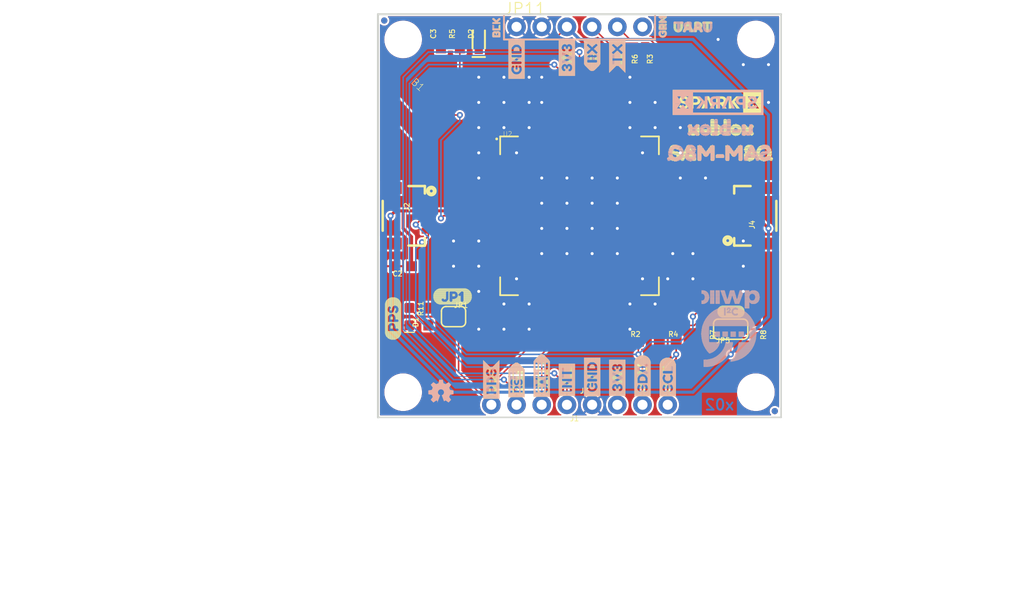
<source format=kicad_pcb>
(kicad_pcb (version 20211014) (generator pcbnew)
  (layers (0 "F.Cu" signal) (31 "B.Cu" signal) (34 "B.Paste" user) (35 "F.Paste" user) (36 "B.SilkS" user "B.Silkscreen") (37 "F.SilkS" user "F.Silkscreen") (38 "B.Mask" user) (39 "F.Mask" user) (44 "Edge.Cuts" user))
  (net 0 "")
  (net 1 "3.3V")
  (net 2 "GND")
  (net 3 "SCL")
  (net 4 "SDA")
  (net 5 "~{RESET}")
  (net 6 "TXLV")
  (net 7 "RXLV")
  (net 8 "BACKUP")
  (net 9 "INT")
  (net 10 "PPS")
  (net 11 "N$5")
  (net 12 "N$8")
  (net 13 "N$2")
  (net 14 "N$4")
  (net 15 "N$6")
  (net 16 "SDA_LV")
  (net 17 "SCL_LV")
  (net 18 "~{SAFE}")
  (net 19 "RXI")
  (net 20 "TXO")
  (footprint "eagleBoard:I_SUPER2_C-()-03" (layer "F.Cu") (at 162.3441 114.6556)
    (fp_text reference "U$10" hide)
    (fp_text value "" hide)
  )
  (footprint "eagleBoard:1X04_NO_SILK" (layer "F.Cu") (at 147.2311 124.0536 180)
    (fp_text reference "J1" (at -1.27 -1.397) (layer "F.SilkS") (effects (font (size 0.512064 0.512064) (thickness 0.097536)) (justify right)))
    (fp_text value "")
    (pad "1" thru_hole circle (at 0 0 270) (size 1.8796 1.8796) (drill 1.016) (layers *.Cu *.Mask) (net 9 "INT"))
    (pad "2" thru_hole circle (at 2.54 0 270) (size 1.8796 1.8796) (drill 1.016) (layers *.Cu *.Mask) (net 18 "~{SAFE}"))
    (pad "3" thru_hole circle (at 5.08 0 270) (size 1.8796 1.8796) (drill 1.016) (layers *.Cu *.Mask) (net 5 "~{RESET}"))
    (pad "4" thru_hole circle (at 7.62 0 270) (size 1.8796 1.8796) (drill 1.016) (layers *.Cu *.Mask) (net 10 "PPS"))
  )
  (footprint "eagleBoard:0603" (layer "F.Cu") (at 166.2811 116.4336 -90)
    (fp_text reference "R8" (at 0 -0.762 90) (layer "F.SilkS") (effects (font (size 0.512064 0.512064) (thickness 0.097536)) (justify right)))
    (fp_text value "2.2k")
    (pad "1" smd rect (at -0.85 0 270) (size 1.1 1) (layers "F.Cu" "F.Paste" "F.Mask") (net 4 "SDA"))
    (pad "2" smd rect (at 0.85 0 270) (size 1.1 1) (layers "F.Cu" "F.Paste" "F.Mask") (net 11 "N$5"))
  )
  (footprint "eagleBoard:3V3-04" (layer "F.Cu") (at 152.3111 123.6726 90)
    (fp_text reference "U$6" hide)
    (fp_text value "" hide)
  )
  (footprint "eagleBoard:1X06_NO_SILK" (layer "F.Cu") (at 142.1511 85.9536)
    (fp_text reference "JP11" (at -1.3462 -1.8288) (layer "F.SilkS") (effects (font (size 1.1557 1.1557) (thickness 0.1143)) (justify left)))
    (fp_text value "BOOT")
    (pad "1" thru_hole circle (at 0 0 90) (size 1.8796 1.8796) (drill 1.016) (layers *.Cu *.Mask) (net 2 "GND"))
    (pad "2" thru_hole circle (at 2.54 0 90) (size 1.8796 1.8796) (drill 1.016) (layers *.Cu *.Mask) (net 2 "GND"))
    (pad "3" thru_hole circle (at 5.08 0 90) (size 1.8796 1.8796) (drill 1.016) (layers *.Cu *.Mask) (net 1 "3.3V"))
    (pad "4" thru_hole circle (at 7.62 0 90) (size 1.8796 1.8796) (drill 1.016) (layers *.Cu *.Mask) (net 19 "RXI"))
    (pad "5" thru_hole circle (at 10.16 0 90) (size 1.8796 1.8796) (drill 1.016) (layers *.Cu *.Mask) (net 20 "TXO"))
    (pad "6" thru_hole circle (at 12.7 0 90) (size 1.8796 1.8796) (drill 1.016) (layers *.Cu *.Mask))
  )
  (footprint "eagleBoard:SOD-323" (layer "F.Cu") (at 138.3411 87.2236 90)
    (fp_text reference "D2" (at 0 -0.762 90) (layer "F.SilkS") (effects (font (size 0.512064 0.512064) (thickness 0.097536)) (justify left)))
    (fp_text value "0.5A/40V/420mV")
    (pad "A" smd rect (at 1.15 0 90) (size 0.63 0.83) (layers "F.Cu" "F.Paste" "F.Mask") (net 1 "3.3V"))
    (pad "C" smd rect (at -1.15 0 90) (size 0.63 0.83) (layers "F.Cu" "F.Paste" "F.Mask") (net 15 "N$6"))
  )
  (footprint "eagleBoard:0603" (layer "F.Cu") (at 161.2011 116.4336 -90)
    (fp_text reference "R7" (at 0 -0.762 90) (layer "F.SilkS") (effects (font (size 0.512064 0.512064) (thickness 0.097536)) (justify right)))
    (fp_text value "2.2k")
    (pad "1" smd rect (at -0.85 0 270) (size 1.1 1) (layers "F.Cu" "F.Paste" "F.Mask") (net 3 "SCL"))
    (pad "2" smd rect (at 0.85 0 270) (size 1.1 1) (layers "F.Cu" "F.Paste" "F.Mask") (net 12 "N$8"))
  )
  (footprint "eagleBoard:MICRO-FIDUCIAL" (layer "F.Cu") (at 168.1861 124.6886)
    (fp_text reference "JP2" hide)
    (fp_text value "FIDUCIALUFIDUCIAL" hide)
    (pad "1" smd roundrect (at 0 0) (size 0.635 0.635) (layers "F.Cu" "F.Mask") (roundrect_rratio 0.5))
  )
  (footprint "eagleBoard:LED-0603" (layer "F.Cu") (at 131.3561 115.1636 -90)
    (fp_text reference "D1" (at 0 -0.635 90) (layer "F.SilkS") (effects (font (size 0.512064 0.512064) (thickness 0.097536)) (justify right)))
    (fp_text value "Yellow" hide)
    (pad "A" smd roundrect (at -0.877 0 180) (size 1 1) (layers "F.Cu" "F.Paste" "F.Mask") (roundrect_rratio 0.15) (net 13 "N$2"))
    (pad "C" smd roundrect (at 0.877 0 180) (size 1 1) (layers "F.Cu" "F.Paste" "F.Mask") (roundrect_rratio 0.15) (net 2 "GND"))
  )
  (footprint "eagleBoard:STAND-OFF" (layer "F.Cu") (at 130.7211 122.7836)
    (fp_text reference "JP9" hide)
    (fp_text value "STAND-OFF" hide)
    (pad "" np_thru_hole circle (at 0 0) (size 3.302 3.302) (drill 3.302) (layers *.Cu *.Mask))
  )
  (footprint "eagleBoard:SPARKX-MEDIUM" (layer "F.Cu") (at 162.4711 93.5736)
    (fp_text reference "U$31" hide)
    (fp_text value "SPARKX-LOGO4" hide)
  )
  (footprint "eagleBoard:JP10" (layer "F.Cu") (at 133.6421 113.1316)
    (fp_text reference "U$18" hide)
    (fp_text value "" hide)
  )
  (footprint "eagleBoard:0603" (layer "F.Cu") (at 157.3911 117.7036)
    (fp_text reference "R4" (at 0 -0.762) (layer "F.SilkS") (effects (font (size 0.512064 0.512064) (thickness 0.097536)) (justify left)))
    (fp_text value "22")
    (pad "1" smd rect (at -0.85 0) (size 1.1 1) (layers "F.Cu" "F.Paste" "F.Mask") (net 17 "SCL_LV"))
    (pad "2" smd rect (at 0.85 0) (size 1.1 1) (layers "F.Cu" "F.Paste" "F.Mask") (net 3 "SCL"))
  )
  (footprint "eagleBoard:MICRO-FIDUCIAL" (layer "F.Cu") (at 128.8161 85.3186)
    (fp_text reference "JP6" hide)
    (fp_text value "FIDUCIALUFIDUCIAL" hide)
    (pad "1" smd roundrect (at 0 0) (size 0.635 0.635) (layers "F.Cu" "F.Mask") (roundrect_rratio 0.5))
  )
  (footprint "eagleBoard:INT8" (layer "F.Cu") (at 147.2311 123.6726 90)
    (fp_text reference "U$15" hide)
    (fp_text value "" hide)
  )
  (footprint "eagleBoard:PPS5" (layer "F.Cu") (at 139.6111 123.9266 90)
    (fp_text reference "U$43" hide)
    (fp_text value "" hide)
  )
  (footprint "eagleBoard:0603" (layer "F.Cu") (at 130.7211 110.0836 180)
    (fp_text reference "C2" (at 0 -0.762) (layer "F.SilkS") (effects (font (size 0.512064 0.512064) (thickness 0.097536)) (justify right)))
    (fp_text value "1.0uF")
    (pad "1" smd rect (at -0.85 0 180) (size 1.1 1) (layers "F.Cu" "F.Paste" "F.Mask") (net 1 "3.3V"))
    (pad "2" smd rect (at 0.85 0 180) (size 1.1 1) (layers "F.Cu" "F.Paste" "F.Mask") (net 2 "GND"))
  )
  (footprint "eagleBoard:0603" (layer "F.Cu") (at 153.5811 117.7036)
    (fp_text reference "R2" (at 0 -0.762) (layer "F.SilkS") (effects (font (size 0.512064 0.512064) (thickness 0.097536)) (justify left)))
    (fp_text value "22")
    (pad "1" smd rect (at -0.85 0) (size 1.1 1) (layers "F.Cu" "F.Paste" "F.Mask") (net 16 "SDA_LV"))
    (pad "2" smd rect (at 0.85 0) (size 1.1 1) (layers "F.Cu" "F.Paste" "F.Mask") (net 4 "SDA"))
  )
  (footprint "eagleBoard:UART0" (layer "F.Cu") (at 157.0101 85.9536)
    (fp_text reference "U$45" hide)
    (fp_text value "" hide)
  )
  (footprint "eagleBoard:0603" (layer "F.Cu") (at 136.4361 87.2236 90)
    (fp_text reference "R5" (at 0 -0.762 90) (layer "F.SilkS") (effects (font (size 0.512064 0.512064) (thickness 0.097536)) (justify left)))
    (fp_text value "1k")
    (pad "1" smd rect (at -0.85 0 90) (size 1.1 1) (layers "F.Cu" "F.Paste" "F.Mask") (net 8 "BACKUP"))
    (pad "2" smd rect (at 0.85 0 90) (size 1.1 1) (layers "F.Cu" "F.Paste" "F.Mask") (net 15 "N$6"))
  )
  (footprint "eagleBoard:0603" (layer "F.Cu") (at 134.5311 87.2236 90)
    (fp_text reference "C3" (at 0 -0.762 90) (layer "F.SilkS") (effects (font (size 0.512064 0.512064) (thickness 0.097536)) (justify left)))
    (fp_text value "1.0uF")
    (pad "1" smd rect (at -0.85 0 90) (size 1.1 1) (layers "F.Cu" "F.Paste" "F.Mask") (net 8 "BACKUP"))
    (pad "2" smd rect (at 0.85 0 90) (size 1.1 1) (layers "F.Cu" "F.Paste" "F.Mask") (net 2 "GND"))
  )
  (footprint "eagleBoard:SAM-M8Q" (layer "F.Cu") (at 148.5011 105.0036)
    (fp_text reference "U2" (at -7.75 -8.25) (layer "F.SilkS") (effects (font (size 0.470611 0.470611) (thickness 0.037389)) (justify left)))
    (fp_text value "SAM-M8Q")
    (pad "1" smd rect (at -7.125 -3.8 180) (size 2.75 1.6) (layers "F.Cu" "F.Paste" "F.Mask") (net 2 "GND"))
    (pad "2" smd rect (at -7.125 -1.9 180) (size 2.75 1.6) (layers "F.Cu" "F.Paste" "F.Mask") (net 1 "3.3V"))
    (pad "3" smd rect (at -7.125 0 180) (size 2.75 1.6) (layers "F.Cu" "F.Paste" "F.Mask") (net 8 "BACKUP"))
    (pad "4" smd rect (at -7.125 1.9 180) (size 2.75 1.6) (layers "F.Cu" "F.Paste" "F.Mask") (net 2 "GND"))
    (pad "5" smd rect (at -7.125 3.8 180) (size 2.75 1.6) (layers "F.Cu" "F.Paste" "F.Mask") (net 2 "GND"))
    (pad "6" smd rect (at -3.8 7.125 90) (size 2.75 1.6) (layers "F.Cu" "F.Paste" "F.Mask") (net 2 "GND"))
    (pad "7" smd rect (at -1.9 7.125 90) (size 2.75 1.6) (layers "F.Cu" "F.Paste" "F.Mask") (net 10 "PPS"))
    (pad "8" smd rect (at 0 7.125 90) (size 2.75 1.6) (layers "F.Cu" "F.Paste" "F.Mask") (net 18 "~{SAFE}"))
    (pad "9" smd rect (at 1.9 7.125 90) (size 2.75 1.6) (layers "F.Cu" "F.Paste" "F.Mask") (net 16 "SDA_LV"))
    (pad "10" smd rect (at 3.8 7.125 90) (size 2.75 1.6) (layers "F.Cu" "F.Paste" "F.Mask") (net 2 "GND"))
    (pad "11" smd rect (at 7.125 3.8) (size 2.75 1.6) (layers "F.Cu" "F.Paste" "F.Mask") (net 2 "GND"))
    (pad "12" smd rect (at 7.125 1.9) (size 2.75 1.6) (layers "F.Cu" "F.Paste" "F.Mask") (net 17 "SCL_LV"))
    (pad "13" smd rect (at 7.125 0) (size 2.75 1.6) (layers "F.Cu" "F.Paste" "F.Mask") (net 6 "TXLV"))
    (pad "14" smd rect (at 7.125 -1.9) (size 2.75 1.6) (layers "F.Cu" "F.Paste" "F.Mask") (net 7 "RXLV"))
    (pad "15" smd rect (at 7.125 -3.8) (size 2.75 1.6) (layers "F.Cu" "F.Paste" "F.Mask") (net 2 "GND"))
    (pad "16" smd rect (at 3.8 -7.125 270) (size 2.75 1.6) (layers "F.Cu" "F.Paste" "F.Mask") (net 2 "GND"))
    (pad "17" smd rect (at 1.9 -7.125 270) (size 2.75 1.6) (layers "F.Cu" "F.Paste" "F.Mask") (net 1 "3.3V"))
    (pad "18" smd rect (at 0 -7.125 270) (size 2.75 1.6) (layers "F.Cu" "F.Paste" "F.Mask") (net 5 "~{RESET}"))
    (pad "19" smd rect (at -1.9 -7.125 270) (size 2.75 1.6) (layers "F.Cu" "F.Paste" "F.Mask") (net 9 "INT"))
    (pad "20" smd rect (at -3.8 -7.125 270) (size 2.75 1.6) (layers "F.Cu" "F.Paste" "F.Mask") (net 2 "GND"))
  )
  (footprint "eagleBoard:CREATIVE_COMMONS" (layer "F.Cu") (at 110.4011 143.1036)
    (fp_text reference "FRAME1" hide)
    (fp_text value "FRAME-LETTER" hide)
  )
  (footprint "eagleBoard:SAM#M8Q4" (layer "F.Cu") (at 156.1211 98.6536)
    (fp_text reference "U$21" hide)
    (fp_text value "" hide)
  )
  (footprint "eagleBoard:RX6" (layer "F.Cu") (at 149.7711 90.5256 90)
    (fp_text reference "U$19" hide)
    (fp_text value "" hide)
  )
  (footprint "eagleBoard:GND-04" (layer "F.Cu") (at 142.1511 91.6686 90)
    (fp_text reference "U$33" hide)
    (fp_text value "" hide)
  )
  (footprint "eagleBoard:0603" (layer "F.Cu") (at 156.3751 89.7636 90)
    (fp_text reference "R3" (at 0 -0.762 90) (layer "F.SilkS") (effects (font (size 0.512064 0.512064) (thickness 0.097536)) (justify left)))
    (fp_text value "470")
    (pad "1" smd rect (at -0.85 0 90) (size 1.1 1) (layers "F.Cu" "F.Paste" "F.Mask") (net 6 "TXLV"))
    (pad "2" smd rect (at 0.85 0 90) (size 1.1 1) (layers "F.Cu" "F.Paste" "F.Mask") (net 20 "TXO"))
  )
  (footprint "eagleBoard:0603" (layer "F.Cu") (at 154.8511 89.7636 90)
    (fp_text reference "R6" (at 0 -0.762 90) (layer "F.SilkS") (effects (font (size 0.512064 0.512064) (thickness 0.097536)) (justify left)))
    (fp_text value "470")
    (pad "1" smd rect (at -0.85 0 90) (size 1.1 1) (layers "F.Cu" "F.Paste" "F.Mask") (net 7 "RXLV"))
    (pad "2" smd rect (at 0.85 0 90) (size 1.1 1) (layers "F.Cu" "F.Paste" "F.Mask") (net 19 "RXI"))
  )
  (footprint "eagleBoard:STAND-OFF" (layer "F.Cu") (at 166.2811 87.2236)
    (fp_text reference "JP4" hide)
    (fp_text value "STAND-OFF" hide)
    (pad "" np_thru_hole circle (at 0 0) (size 3.302 3.302) (drill 3.302) (layers *.Cu *.Mask))
  )
  (footprint "eagleBoard:BLK1" (layer "F.Cu") (at 140.1191 87.7316 90)
    (fp_text reference "U$12" hide)
    (fp_text value "" hide)
  )
  (footprint "eagleBoard:SCL-[)" (layer "F.Cu") (at 157.3911 123.6726 90)
    (fp_text reference "U$3" hide)
    (fp_text value "" hide)
  )
  (footprint "eagleBoard:#RST3" (layer "F.Cu") (at 142.1511 123.9266 90)
    (fp_text reference "U$35" hide)
    (fp_text value "" hide)
  )
  (footprint "eagleBoard:STAND-OFF" (layer "F.Cu") (at 130.7211 87.2236)
    (fp_text reference "JP3" hide)
    (fp_text value "STAND-OFF" hide)
    (pad "" np_thru_hole circle (at 0 0) (size 3.302 3.302) (drill 3.302) (layers *.Cu *.Mask))
  )
  (footprint "eagleBoard:1X04_NO_SILK" (layer "F.Cu") (at 149.7711 124.0536)
    (fp_text reference "J3" (at -1.27 -1.397) (layer "F.SilkS") (effects (font (size 0.512064 0.512064) (thickness 0.097536)) (justify left)))
    (fp_text value "PTH" hide)
    (pad "1" thru_hole circle (at 0 0 90) (size 1.8796 1.8796) (drill 1.016) (layers *.Cu *.Mask) (net 2 "GND"))
    (pad "2" thru_hole circle (at 2.54 0 90) (size 1.8796 1.8796) (drill 1.016) (layers *.Cu *.Mask) (net 1 "3.3V"))
    (pad "3" thru_hole circle (at 5.08 0 90) (size 1.8796 1.8796) (drill 1.016) (layers *.Cu *.Mask) (net 4 "SDA"))
    (pad "4" thru_hole circle (at 7.62 0 90) (size 1.8796 1.8796) (drill 1.016) (layers *.Cu *.Mask) (net 3 "SCL"))
  )
  (footprint "eagleBoard:GND-04" (layer "F.Cu") (at 149.7711 123.6726 90)
    (fp_text reference "U$8" hide)
    (fp_text value "" hide)
  )
  (footprint "eagleBoard:ML414H_IV01E" (layer "F.Cu") (at 131.9911 93.5736 -48)
    (fp_text reference "B1" (at -1.905 -1.270004 -222) (layer "F.SilkS") (effects (font (size 0.709422 0.709422) (thickness 0.052578)) (justify left)))
    (fp_text value "6.8MM_COIN_CELL" hide)
    (fp_poly (pts (xy 2.705 -0.219645) (xy 0.219645 -2.705) (xy 2.705 -2.705)) (layer "F.Cu") (width 0) (fill solid))
    (pad "+" smd rect (at 2.022 -2.032 312) (size 1 1) (layers "F.Cu") (net 8 "BACKUP"))
    (pad "-" smd rect (at 0.6 1.85 312) (size 4.2 1.7) (layers "F.Cu") (net 2 "GND"))
  )
  (footprint "eagleBoard:GRN2" (layer "F.Cu") (at 156.8831 87.7316 90)
    (fp_text reference "U$14" hide)
    (fp_text value "" hide)
  )
  (footprint "eagleBoard:#SAFE1" (layer "F.Cu") (at 144.6911 123.9266 90)
    (fp_text reference "U$39" hide)
    (fp_text value "" hide)
  )
  (footprint "eagleBoard:SMT-JUMPER_2_NC_TRACE_SILK" (layer "F.Cu") (at 135.8011 115.1636)
    (fp_text reference "JP1" (at 0 -1.143) (layer "F.SilkS") (effects (font (size 0.512064 0.512064) (thickness 0.097536)) (justify left)))
    (fp_text value "")
    (fp_poly (pts (xy -0.2032 0.127) (xy 0.2032 0.127) (xy 0.2032 -0.127) (xy -0.2032 -0.127)) (layer "F.Cu") (width 0) (fill solid))
    (pad "1" smd rect (at -0.508 0) (size 0.635 1.27) (layers "F.Cu" "F.Mask") (net 14 "N$4"))
    (pad "2" smd rect (at 0.508 0) (size 0.635 1.27) (layers "F.Cu" "F.Mask") (net 10 "PPS"))
  )
  (footprint "eagleBoard:0603" (layer "F.Cu") (at 133.2611 115.1636 90)
    (fp_text reference "R11" (at 0 -0.762 90) (layer "F.SilkS") (effects (font (size 0.512064 0.512064) (thickness 0.097536)) (justify left)))
    (fp_text value "1k")
    (pad "1" smd rect (at -0.85 0 90) (size 1.1 1) (layers "F.Cu" "F.Paste" "F.Mask") (net 13 "N$2"))
    (pad "2" smd rect (at 0.85 0 90) (size 1.1 1) (layers "F.Cu" "F.Paste" "F.Mask") (net 14 "N$4"))
  )
  (footprint "eagleBoard:TX7" (layer "F.Cu") (at 152.3111 90.6526 90)
    (fp_text reference "U$23" hide)
    (fp_text value "" hide)
  )
  (footprint "eagleBoard:STAND-OFF" (layer "F.Cu") (at 166.2811 122.7836)
    (fp_text reference "JP10" hide)
    (fp_text value "STAND-OFF" hide)
    (pad "" np_thru_hole circle (at 0 0) (size 3.302 3.302) (drill 3.302) (layers *.Cu *.Mask))
  )
  (footprint "eagleBoard:SMT-JUMPER_3_2-NC_TRACE_SILK" (layer "F.Cu") (at 163.7411 116.4336 180)
    (fp_text reference "JP5" (at 0 -1.143) (layer "F.SilkS") (effects (font (size 0.512064 0.512064) (thickness 0.097536)) (justify right)))
    (fp_text value "")
    (fp_poly (pts (xy -0.7112 0.127) (xy -0.3048 0.127) (xy -0.3048 -0.127) (xy -0.7112 -0.127)) (layer "F.Cu") (width 0) (fill solid))
    (fp_poly (pts (xy 0.3048 0.127) (xy 0.7112 0.127) (xy 0.7112 -0.127) (xy 0.3048 -0.127)) (layer "F.Cu") (width 0) (fill solid))
    (pad "1" smd rect (at -1.016 0 180) (size 0.635 1.27) (layers "F.Cu" "F.Mask") (net 11 "N$5"))
    (pad "2" smd rect (at 0 0 180) (size 0.635 1.27) (layers "F.Cu" "F.Mask") (net 1 "3.3V"))
    (pad "3" smd rect (at 1.016 0 180) (size 0.635 1.27) (layers "F.Cu" "F.Mask") (net 12 "N$8"))
  )
  (footprint "eagleBoard:3V3-04" (layer "F.Cu") (at 147.2311 91.4146 90)
    (fp_text reference "U$27" hide)
    (fp_text value "" hide)
  )
  (footprint "eagleBoard:PPS0" (layer "F.Cu") (at 129.7051 117.5766 90)
    (fp_text reference "U$29" hide)
    (fp_text value "" hide)
  )
  (footprint "eagleBoard:U#BLOX3" (layer "F.Cu") (at 158.0261 96.1136)
    (fp_text reference "U$26" hide)
    (fp_text value "" hide)
  )
  (footprint "eagleBoard:1X04_1MM_RA" (layer "F.Cu") (at 163.7411 105.0036 90)
    (fp_text reference "J4" (at -1.397 2.159 90) (layer "F.SilkS") (effects (font (size 0.512064 0.512064) (thickness 0.097536)) (justify left)))
    (fp_text value "Qwiic Right Angle" hide)
    (pad "1" smd rect (at -1.5 0 90) (size 0.6 1.35) (layers "F.Cu" "F.Paste" "F.Mask") (net 2 "GND"))
    (pad "2" smd rect (at -0.5 0 90) (size 0.6 1.35) (layers "F.Cu" "F.Paste" "F.Mask") (net 1 "3.3V"))
    (pad "3" smd rect (at 0.5 0 90) (size 0.6 1.35) (layers "F.Cu" "F.Paste" "F.Mask") (net 4 "SDA"))
    (pad "4" smd rect (at 1.5 0 90) (size 0.6 1.35) (layers "F.Cu" "F.Paste" "F.Mask") (net 3 "SCL"))
    (pad "NC1" smd rect (at 2.8 3.675 90) (size 1.2 2) (layers "F.Cu" "F.Paste" "F.Mask"))
    (pad "NC2" smd rect (at -2.8 3.675 90) (size 1.2 2) (layers "F.Cu" "F.Paste" "F.Mask"))
  )
  (footprint "eagleBoard:SDA-[)" (layer "F.Cu") (at 154.8511 123.6726 90)
    (fp_text reference "U$1" hide)
    (fp_text value "" hide)
  )
  (footprint "eagleBoard:1X04_1MM_RA" (layer "F.Cu") (at 133.2611 105.0036 -90)
    (fp_text reference "J2" (at -1.397 2.159 90) (layer "F.SilkS") (effects (font (size 0.512064 0.512064) (thickness 0.097536)) (justify right)))
    (fp_text value "Qwiic Right Angle" hide)
    (pad "1" smd rect (at -1.5 0 270) (size 0.6 1.35) (layers "F.Cu" "F.Paste" "F.Mask") (net 2 "GND"))
    (pad "2" smd rect (at -0.5 0 270) (size 0.6 1.35) (layers "F.Cu" "F.Paste" "F.Mask") (net 1 "3.3V"))
    (pad "3" smd rect (at 0.5 0 270) (size 0.6 1.35) (layers "F.Cu" "F.Paste" "F.Mask") (net 4 "SDA"))
    (pad "4" smd rect (at 1.5 0 270) (size 0.6 1.35) (layers "F.Cu" "F.Paste" "F.Mask") (net 3 "SCL"))
    (pad "NC1" smd rect (at 2.8 3.675 270) (size 1.2 2) (layers "F.Cu" "F.Paste" "F.Mask"))
    (pad "NC2" smd rect (at -2.8 3.675 270) (size 1.2 2) (layers "F.Cu" "F.Paste" "F.Mask"))
  )
  (footprint "eagleBoard:UART0" (layer "B.Cu") (at 162.8521 85.9536 180)
    (fp_text reference "U$11" hide)
    (fp_text value "" hide)
  )
  (footprint "eagleBoard:MICRO-FIDUCIAL" (layer "B.Cu") (at 168.1861 124.6886 180)
    (fp_text reference "JP7" hide)
    (fp_text value "FIDUCIALUFIDUCIAL" hide)
    (pad "1" smd roundrect (at 0 0 180) (size 0.635 0.635) (layers "B.Cu" "B.Mask") (roundrect_rratio 0.5))
  )
  (footprint "eagleBoard:TX7" (layer "B.Cu") (at 152.3111 90.6526 90)
    (fp_text reference "U$24" hide)
    (fp_text value "" hide)
  )
  (footprint "eagleBoard:SPARKX-MEDIUM" (layer "B.Cu") (at 162.4711 93.5736 180)
    (fp_text reference "U$2" hide)
    (fp_text value "SPARKX-LOGO4" hide)
  )
  (footprint "eagleBoard:3V3-04" (layer "B.Cu") (at 152.3111 123.6726 90)
    (fp_text reference "U$7" hide)
    (fp_text value "" hide)
  )
  (footprint "eagleBoard:#SAFE1" (layer "B.Cu") (at 144.6911 123.9266 90)
    (fp_text reference "U$40" hide)
    (fp_text value "" hide)
  )
  (footprint "eagleBoard:SAM#M8Q4" (layer "B.Cu") (at 169.2021 98.6536 180)
    (fp_text reference "U$25" hide)
    (fp_text value "" hide)
  )
  (footprint "eagleBoard:MICRO-FIDUCIAL" (layer "B.Cu") (at 128.8161 85.3186 180)
    (fp_text reference "JP8" hide)
    (fp_text value "FIDUCIALUFIDUCIAL" hide)
    (pad "1" smd roundrect (at 0 0 180) (size 0.635 0.635) (layers "B.Cu" "B.Mask") (roundrect_rratio 0.5))
  )
  (footprint "eagleBoard:#RST3" (layer "B.Cu") (at 142.1511 123.9266 90)
    (fp_text reference "U$36" hide)
    (fp_text value "" hide)
  )
  (footprint "eagleBoard:QWIIC-LOGO-LARGE" (layer "B.Cu") (at 163.7411 116.4336 180)
    (fp_text reference "U$28" hide)
    (fp_text value "" hide)
  )
  (footprint "eagleBoard:SDA-[)" (layer "B.Cu") (at 154.8511 123.6726 90)
    (fp_text reference "U$4" hide)
    (fp_text value "" hide)
  )
  (footprint "eagleBoard:BLK1" (layer "B.Cu") (at 140.1191 87.7316 90)
    (fp_text reference "U$13" hide)
    (fp_text value "" hide)
  )
  (footprint "eagleBoard:GND-04" (layer "B.Cu") (at 149.7711 123.6726 90)
    (fp_text reference "U$9" hide)
    (fp_text value "" hide)
  )
  (footprint "eagleBoard:GRN2" (layer "B.Cu") (at 156.8831 87.7316 90)
    (fp_text reference "U$17" hide)
    (fp_text value "" hide)
  )
  (footprint "eagleBoard:OSHW-LOGO-MINI" (layer "B.Cu") (at 134.5311 122.7836 180)
    (fp_text reference "LOGO1" hide)
    (fp_text value "OSHW-LOGOMINI" hide)
  )
  (footprint "eagleBoard:PPS5" (layer "B.Cu") (at 139.6111 123.9266 90)
    (fp_text reference "U$44" hide)
    (fp_text value "" hide)
  )
  (footprint "eagleBoard:SCL-[)" (layer "B.Cu") (at 157.3911 123.6726 90)
    (fp_text reference "U$5" hide)
    (fp_text value "" hide)
  )
  (footprint "eagleBoard:3V3-04" (layer "B.Cu") (at 147.2311 91.4146 90)
    (fp_text reference "U$32" hide)
    (fp_text value "" hide)
  )
  (footprint "eagleBoard:GND-04" (layer "B.Cu") (at 142.1511 91.6686 90)
    (fp_text reference "U$34" hide)
    (fp_text value "" hide)
  )
  (footprint "eagleBoard:RX6" (layer "B.Cu") (at 149.7711 90.5256 90)
    (fp_text reference "U$20" hide)
    (fp_text value "" hide)
  )
  (footprint "eagleBoard:INT8" (layer "B.Cu") (at 147.2311 123.6726 90)
    (fp_text reference "U$16" hide)
    (fp_text value "" hide)
  )
  (footprint "eagleBoard:U#BLOX3" (layer "B.Cu") (at 167.4241 96.1136 180)
    (fp_text reference "U$22" hide)
    (fp_text value "" hide)
  )
  (gr_line (start 156.1211 87.2236) (end 156.1211 84.6836) (layer "B.SilkS") (width 0.1778))
  (gr_line (start 156.1211 87.2236) (end 140.8811 87.2236) (layer "B.SilkS") (width 0.1778))
  (gr_line (start 140.8811 84.6836) (end 140.8811 87.2236) (layer "B.SilkS") (width 0.1778))
  (gr_line (start 140.8811 84.6836) (end 140.8811 87.2236) (layer "F.SilkS") (width 0.1778))
  (gr_line (start 140.8811 87.2236) (end 156.1211 87.2236) (layer "F.SilkS") (width 0.1778))
  (gr_line (start 156.1211 87.2236) (end 156.1211 84.6836) (layer "F.SilkS") (width 0.1778))
  (gr_line (start 168.8211 125.3236) (end 128.1811 125.3236) (layer "Edge.Cuts") (width 0.1524))
  (gr_line (start 168.8211 84.6836) (end 168.8211 125.3236) (layer "Edge.Cuts") (width 0.1524))
  (gr_line (start 128.1811 84.6836) (end 168.8211 84.6836) (layer "Edge.Cuts") (width 0.2032))
  (gr_line (start 128.1811 125.3236) (end 128.1811 84.6836) (layer "Edge.Cuts") (width 0.2032))
  (gr_text "x02" (at 162.5981 124.0536) (layer "B.Cu") (effects (font (size 1.0795 1.0795) (thickness 0.1905)) (justify mirror)))
  (segment (start 140.8811 87.2236) (end 145.9611 87.2236) (width 0.1524) (layer "F.Cu") (net 1))
  (segment (start 167.5511 106.2736) (end 166.7811 105.5036) (width 0.3048) (layer "F.Cu") (net 1))
  (segment (start 150.4011 97.8786) (end 150.4011 89.1236) (width 0.3048) (layer "F.Cu") (net 1))
  (segment (start 150.4011 89.1236) (end 147.2311 85.9536) (width 0.3048) (layer "F.Cu") (net 1))
  (segment (start 130.7211 106.2736) (end 130.7211 104.5036) (width 0.3048) (layer "F.Cu") (net 1))
  (segment (start 163.7411 116.4336) (end 163.7411 118.9736) (width 0.1524) (layer "F.Cu") (net 1))
  (segment (start 131.5711 110.0836) (end 131.5711 107.1236) (width 0.3048) (layer "F.Cu") (net 1))
  (segment (start 141.3761 103.1036) (end 137.7011 103.1036) (width 0.3048) (layer "F.Cu") (net 1))
  (segment (start 131.5711 107.1236) (end 130.7211 106.2736) (width 0.3048) (layer "F.Cu") (net 1))
  (segment (start 136.3011 104.5036) (end 133.2611 104.5036) (width 0.3048) (layer "F.Cu") (net 1))
  (segment (start 138.3411 86.0736) (end 139.7311 86.0736) (width 0.1524) (layer "F.Cu") (net 1))
  (segment (start 137.7011 103.1036) (end 136.3011 104.5036) (width 0.3048) (layer "F.Cu") (net 1))
  (segment (start 145.9611 87.2236) (end 147.2311 85.9536) (width 0.1524) (layer "F.Cu") (net 1))
  (segment (start 139.7311 86.0736) (end 140.8811 87.2236) (width 0.1524) (layer "F.Cu") (net 1))
  (segment (start 133.2611 104.5036) (end 130.7211 104.5036) (width 0.3048) (layer "F.Cu") (net 1))
  (segment (start 166.7811 105.5036) (end 163.7411 105.5036) (width 0.3048) (layer "F.Cu") (net 1))
  (segment (start 129.9511 104.5036) (end 129.4511 105.0036) (width 0.3048) (layer "F.Cu") (net 1))
  (segment (start 130.7211 104.5036) (end 129.9511 104.5036) (width 0.3048) (layer "F.Cu") (net 1))
  (via (at 167.5511 106.2736) (size 0.6096) (drill 0.3048) (layers "F.Cu" "B.Cu") (net 1))
  (via (at 129.4511 105.0036) (size 0.6096) (drill 0.3048) (layers "F.Cu" "B.Cu") (net 1))
  (via (at 163.7411 118.9736) (size 0.6096) (drill 0.3048) (layers "F.Cu" "B.Cu") (net 1))
  (segment (start 152.3111 122.7836) (end 135.8011 122.7836) (width 0.3048) (layer "B.Cu") (net 1))
  (segment (start 152.3111 122.7836) (end 159.9311 122.7836) (width 0.3048) (layer "B.Cu") (net 1))
  (segment (start 167.5511 106.2736) (end 167.5511 94.8436) (width 0.3048) (layer "B.Cu") (net 1))
  (segment (start 167.5511 115.1636) (end 167.5511 106.2736) (width 0.3048) (layer "B.Cu") (net 1))
  (segment (start 163.7411 118.9736) (end 167.5511 115.1636) (width 0.3048) (layer "B.Cu") (net 1))
  (segment (start 159.9311 87.2236) (end 148.5011 87.2236) (width 0.3048) (layer "B.Cu") (net 1))
  (segment (start 159.9311 122.7836) (end 163.7411 118.9736) (width 0.3048) (layer "B.Cu") (net 1))
  (segment (start 129.4511 116.4336) (end 129.4511 105.0036) (width 0.3048) (layer "B.Cu") (net 1))
  (segment (start 148.5011 87.2236) (end 147.2311 85.9536) (width 0.3048) (layer "B.Cu") (net 1))
  (segment (start 167.5511 94.8436) (end 159.9311 87.2236) (width 0.3048) (layer "B.Cu") (net 1))
  (segment (start 135.8011 122.7836) (end 129.4511 116.4336) (width 0.3048) (layer "B.Cu") (net 1))
  (segment (start 152.3111 124.0536) (end 152.3111 122.7836) (width 0.3048) (layer "B.Cu") (net 1))
  (via (at 153.5811 93.5736) (size 0.6096) (drill 0.3048) (layers "F.Cu" "B.Cu") (net 2))
  (via (at 152.3111 106.2736) (size 0.6096) (drill 0.3048) (layers "F.Cu" "B.Cu") (net 2))
  (via (at 143.4211 116.4336) (size 0.6096) (drill 0.3048) (layers "F.Cu" "B.Cu") (net 2))
  (via (at 140.8811 113.8936) (size 0.6096) (drill 0.3048) (layers "F.Cu" "B.Cu") (net 2))
  (via (at 143.4211 93.5736) (size 0.6096) (drill 0.3048) (layers "F.Cu" "B.Cu") (net 2))
  (via (at 142.1511 98.6536) (size 0.6096) (drill 0.3048) (layers "F.Cu" "B.Cu") (net 2))
  (via (at 138.3411 91.0336) (size 0.6096) (drill 0.3048) (layers "F.Cu" "B.Cu") (net 2))
  (via (at 156.1211 93.5736) (size 0.6096) (drill 0.3048) (layers "F.Cu" "B.Cu") (net 2))
  (via (at 143.4211 91.0336) (size 0.6096) (drill 0.3048) (layers "F.Cu" "B.Cu") (net 2))
  (via (at 144.6911 93.5736) (size 0.6096) (drill 0.3048) (layers "F.Cu" "B.Cu") (net 2))
  (via (at 147.2311 108.8136) (size 0.6096) (drill 0.3048) (layers "F.Cu" "B.Cu") (net 2))
  (via (at 158.6611 96.1136) (size 0.6096) (drill 0.3048) (layers "F.Cu" "B.Cu") (net 2))
  (via (at 162.4711 87.2236) (size 0.6096) (drill 0.3048) (layers "F.Cu" "B.Cu") (net 2))
  (via (at 138.3411 98.6536) (size 0.6096) (drill 0.3048) (layers "F.Cu" "B.Cu") (net 2))
  (via (at 138.3411 107.5436) (size 0.6096) (drill 0.3048) (layers "F.Cu" "B.Cu") (net 2))
  (via (at 157.8991 108.8136) (size 0.6096) (drill 0.3048) (layers "F.Cu" "B.Cu") (net 2))
  (via (at 138.3411 101.1936) (size 0.6096) (drill 0.3048) (layers "F.Cu" "B.Cu") (net 2))
  (via (at 153.5811 116.4336) (size 0.6096) (drill 0.3048) (layers "F.Cu" "B.Cu") (net 2))
  (via (at 149.7711 106.2736) (size 0.6096) (drill 0.3048) (layers "F.Cu" "B.Cu") (net 2))
  (via (at 147.2311 103.7336) (size 0.6096) (drill 0.3048) (layers "F.Cu" "B.Cu") (net 2))
  (via (at 152.3111 103.7336) (size 0.6096) (drill 0.3048) (layers "F.Cu" "B.Cu") (net 2))
  (via (at 144.6911 101.1936) (size 0.6096) (drill 0.3048) (layers "F.Cu" "B.Cu") (net 2))
  (via (at 140.8811 116.4336) (size 0.6096) (drill 0.3048) (layers "F.Cu" "B.Cu") (net 2))
  (via (at 147.2311 101.1936) (size 0.6096) (drill 0.3048) (layers "F.Cu" "B.Cu") (net 2))
  (via (at 149.7711 101.1936) (size 0.6096) (drill 0.3048) (layers "F.Cu" "B.Cu") (net 2))
  (via (at 149.7711 108.8136) (size 0.6096) (drill 0.3048) (layers "F.Cu" "B.Cu") (net 2))
  (via (at 165.0111 107.5436) (size 0.6096) (drill 0.3048) (layers "F.Cu" "B.Cu") (net 2))
  (via (at 140.8811 91.0336) (size 0.6096) (drill 0.3048) (layers "F.Cu" "B.Cu") (net 2))
  (via (at 144.6911 108.8136) (size 0.6096) (drill 0.3048) (layers "F.Cu" "B.Cu") (net 2))
  (via (at 135.8011 110.0836) (size 0.6096) (drill 0.3048) (layers "F.Cu" "B.Cu") (net 2))
  (via (at 157.3911 111.3536) (size 0.6096) (drill 0.3048) (layers "F.Cu" "B.Cu") (net 2))
  (via (at 154.8511 111.3536) (size 0.6096) (drill 0.3048) (layers "F.Cu" "B.Cu") (net 2))
  (via (at 167.5511 93.5736) (size 0.6096) (drill 0.3048) (layers "F.Cu" "B.Cu") (net 2))
  (via (at 135.8011 107.5436) (size 0.6096) (drill 0.3048) (layers "F.Cu" "B.Cu") (net 2))
  (via (at 156.1211 113.8936) (size 0.6096) (drill 0.3048) (layers "F.Cu" "B.Cu") (net 2))
  (via (at 165.0111 89.7636) (size 0.6096) (drill 0.3048) (layers "F.Cu" "B.Cu") (net 2))
  (via (at 140.8811 93.5736) (size 0.6096) (drill 0.3048) (layers "F.Cu" "B.Cu") (net 2))
  (via (at 159.9311 108.8136) (size 0.6096) (drill 0.3048) (layers "F.Cu" "B.Cu") (net 2))
  (via (at 144.6911 91.0336) (size 0.6096) (drill 0.3048) (layers "F.Cu" "B.Cu") (net 2))
  (via (at 138.3411 110.0836) (size 0.6096) (drill 0.3048) (layers "F.Cu" "B.Cu") (net 2))
  (via (at 153.5811 113.8936) (size 0.6096) (drill 0.3048) (layers "F.Cu" "B.Cu") (net 2))
  (via (at 149.7711 103.7336) (size 0.6096) (drill 0.3048) (layers "F.Cu" "B.Cu") (net 2))
  (via (at 167.5511 89.7636) (size 0.6096) (drill 0.3048) (layers "F.Cu" "B.Cu") (net 2))
  (via (at 154.8511 98.6536) (size 0.6096) (drill 0.3048) (layers "F.Cu" "B.Cu") (net 2))
  (via (at 161.2011 101.1936) (size 0.6096) (drill 0.3048) (layers "F.Cu" "B.Cu") (net 2))
  (via (at 143.4211 113.8936) (size 0.6096) (drill 0.3048) (layers "F.Cu" "B.Cu") (net 2))
  (via (at 138.3411 116.4336) (size 0.6096) (drill 0.3048) (layers "F.Cu" "B.Cu") (net 2))
  (via (at 138.3411 93.5736) (size 0.6096) (drill 0.3048) (layers "F.Cu" "B.Cu") (net 2))
  (via (at 143.4211 96.1136) (size 0.6096) (drill 0.3048) (layers "F.Cu" "B.Cu") (net 2))
  (via (at 138.3411 96.1136) (size 0.6096) (drill 0.3048) (layers "F.Cu" "B.Cu") (net 2))
  (via (at 165.0111 110.0836) (size 0.6096) (drill 0.3048) (layers "F.Cu" "B.Cu") (net 2))
  (via (at 152.3111 108.8136) (size 0.6096) (drill 0.3048) (layers "F.Cu" "B.Cu") (net 2))
  (via (at 147.2311 106.2736) (size 0.6096) (drill 0.3048) (layers "F.Cu" "B.Cu") (net 2))
  (via (at 138.3411 112.6236) (size 0.6096) (drill 0.3048) (layers "F.Cu" "B.Cu") (net 2))
  (via (at 140.8811 96.1136) (size 0.6096) (drill 0.3048) (layers "F.Cu" "B.Cu") (net 2))
  (via (at 156.1211 96.1136) (size 0.6096) (drill 0.3048) (layers "F.Cu" "B.Cu") (net 2))
  (via (at 144.6911 106.2736) (size 0.6096) (drill 0.3048) (layers "F.Cu" "B.Cu") (net 2))
  (via (at 153.5811 91.0336) (size 0.6096) (drill 0.3048) (layers "F.Cu" "B.Cu") (net 2))
  (via (at 152.3111 101.1936) (size 0.6096) (drill 0.3048) (layers "F.Cu" "B.Cu") (net 2))
  (via (at 159.9311 111.3536) (size 0.6096) (drill 0.3048) (layers "F.Cu" "B.Cu") (net 2))
  (via (at 144.6911 103.7336) (size 0.6096) (drill 0.3048) (layers "F.Cu" "B.Cu") (net 2))
  (via (at 165.0111 112.6236) (size 0.6096) (drill 0.3048) (layers "F.Cu" "B.Cu") (net 2))
  (via (at 158.6611 98.6536) (size 0.6096) (drill 0.3048) (layers "F.Cu" "B.Cu") (net 2))
  (via (at 153.5811 96.1136) (size 0.6096) (drill 0.3048) (layers "F.Cu" "B.Cu") (net 2))
  (via (at 142.1511 111.3536) (size 0.6096) (drill 0.3048) (layers "F.Cu" "B.Cu") (net 2))
  (via (at 158.6611 101.1936) (size 0.6096) (drill 0.3048) (layers "F.Cu" "B.Cu") (net 2))
  (segment (start 162.0393 112.624344) (end 162.0393 104.0384) (width 0.1524) (layer "F.Cu") (net 3))
  (segment (start 161.2011 115.5836) (end 160.5271 115.5836) (width 0.1524) (layer "F.Cu") (net 3))
  (segment (start 158.7881 114.5286) (end 160.135043 114.5286) (width 0.1524) (layer "F.Cu") (net 3))
  (segment (start 158.2411 117.7036) (end 158.2411 119.3936) (width 0.1524) (layer "F.Cu") (net 3))
  (segment (start 158.2411 117.7036) (end 158.2411 116.0526) (width 0.1524) (layer "F.Cu") (net 3))
  (segment (start 162.0393 104.0384) (end 162.5741 103.5036) (width 0.1524) (layer "F.Cu") (net 3))
  (segment (start 158.2411 116.0526) (end 158.2411 115.0756) (width 0.1524) (layer "F.Cu") (net 3))
  (segment (start 158.2411 119.3936) (end 157.3911 120.2436) (width 0.1524) (layer "F.Cu") (net 3))
  (segment (start 157.3911 120.2436) (end 157.3911 124.0536) (width 0.1524) (layer "F.Cu") (net 3))
  (segment (start 160.5271 115.5836) (end 160.0581 116.0526) (width 0.1524) (layer "F.Cu") (net 3))
  (segment (start 133.2611 107.0356) (end 132.6261 107.6706) (width 0.1524) (layer "F.Cu") (net 3))
  (segment (start 133.2611 106.5036) (end 133.2611 107.0356) (width 0.1524) (layer "F.Cu") (net 3))
  (segment (start 160.0581 116.0526) (end 158.2411 116.0526) (width 0.1524) (layer "F.Cu") (net 3))
  (segment (start 163.7411 103.5036) (end 162.5741 103.5036) (width 0.1524) (layer "F.Cu") (net 3))
  (segment (start 160.135043 114.5286) (end 162.0393 112.624344) (width 0.1524) (layer "F.Cu") (net 3))
  (segment (start 158.2411 118.9736) (end 158.2411 117.7036) (width 0.1524) (layer "F.Cu") (net 3))
  (segment (start 158.2411 115.0756) (end 158.7881 114.5286) (width 0.1524) (layer "F.Cu") (net 3))
  (via (at 158.2411 118.9736) (size 0.6096) (drill 0.3048) (layers "F.Cu" "B.Cu") (net 3))
  (via (at 132.6261 107.6706) (size 0.6096) (drill 0.3048) (layers "F.Cu" "B.Cu") (net 3))
  (segment (start 131.9911 115.1636) (end 137.0711 120.2436) (width 0.1524) (layer "B.Cu") (net 3))
  (segment (start 137.0711 120.2436) (end 156.9711 120.2436) (width 0.1524) (layer "B.Cu") (net 3))
  (segment (start 131.9911 108.3056) (end 131.9911 115.1636) (width 0.1524) (layer "B.Cu") (net 3))
  (segment (start 132.6261 107.6706) (end 131.9911 108.3056) (width 0.1524) (layer "B.Cu") (net 3))
  (segment (start 156.9711 120.2436) (end 158.2411 118.9736) (width 0.1524) (layer "B.Cu") (net 3))
  (segment (start 154.4311 117.7036) (end 154.4311 118.9736) (width 0.1524) (layer "F.Cu") (net 4))
  (segment (start 166.2811 114.5286) (end 165.7731 114.0206) (width 0.1524) (layer "F.Cu") (net 4))
  (segment (start 159.9311 115.1636) (end 161.0741 114.0206) (width 0.1524) (layer "F.Cu") (net 4))
  (segment (start 161.0741 114.0206) (end 162.3441 114.0206) (width 0.1524) (layer "F.Cu") (net 4))
  (segment (start 154.8511 120.2436) (end 154.8511 124.0536) (width 0.1524) (layer "F.Cu") (net 4))
  (segment (start 162.3441 105.0036) (end 162.3441 114.0206) (width 0.1524) (layer "F.Cu") (net 4))
  (segment (start 162.8441 104.5036) (end 162.3441 105.0036) (width 0.1524) (layer "F.Cu") (net 4))
  (segment (start 154.4311 118.9736) (end 154.4311 119.8236) (width 0.1524) (layer "F.Cu") (net 4))
  (segment (start 154.4311 119.8236) (end 154.8511 120.2436) (width 0.1524) (layer "F.Cu") (net 4))
  (segment (start 165.7731 114.0206) (end 162.3441 114.0206) (width 0.1524) (layer "F.Cu") (net 4))
  (segment (start 132.3801 105.5036) (end 133.2611 105.5036) (width 0.1524) (layer "F.Cu") (net 4))
  (segment (start 163.7411 104.5036) (end 162.8441 104.5036) (width 0.1524) (layer "F.Cu") (net 4))
  (segment (start 166.2811 115.5836) (end 166.2811 114.5286) (width 0.1524) (layer "F.Cu") (net 4))
  (segment (start 132.3801 105.5036) (end 131.9911 105.8926) (width 0.1524) (layer "F.Cu") (net 4))
  (segment (start 154.4311 117.7036) (end 154.8511 117.7036) (width 0.1524) (layer "F.Cu") (net 4))
  (via (at 131.9911 105.8926) (size 0.6096) (drill 0.3048) (layers "F.Cu" "B.Cu") (net 4))
  (via (at 154.4311 118.9736) (size 0.6096) (drill 0.3048) (layers "F.Cu" "B.Cu") (net 4))
  (via (at 159.9311 115.1636) (size 0.6096) (drill 0.3048) (layers "F.Cu" "B.Cu") (net 4))
  (segment (start 159.9311 116.4336) (end 159.9311 115.1636) (width 0.1524) (layer "B.Cu") (net 4))
  (segment (start 158.6611 117.7036) (end 159.9311 116.4336) (width 0.1524) (layer "B.Cu") (net 4))
  (segment (start 133.2611 115.1636) (end 137.0711 118.9736) (width 0.1524) (layer "B.Cu") (net 4))
  (segment (start 154.4311 118.9736) (end 155.7011 117.7036) (width 0.1524) (layer "B.Cu") (net 4))
  (segment (start 155.7011 117.7036) (end 158.6611 117.7036) (width 0.1524) (layer "B.Cu") (net 4))
  (segment (start 137.0711 118.9736) (end 154.4311 118.9736) (width 0.1524) (layer "B.Cu") (net 4))
  (segment (start 133.2611 115.1636) (end 133.2611 107.1626) (width 0.1524) (layer "B.Cu") (net 4))
  (segment (start 133.2611 107.1626) (end 131.9911 105.8926) (width 0.1524) (layer "B.Cu") (net 4))
  (segment (start 142.1511 124.0536) (end 142.1511 122.7836) (width 0.1524) (layer "F.Cu") (net 5))
  (segment (start 148.5011 88.4936) (end 148.5011 97.8786) (width 0.1524) (layer "F.Cu") (net 5))
  (segment (start 142.1511 122.7836) (end 140.8811 121.5136) (width 0.1524) (layer "F.Cu") (net 5))
  (via (at 140.8811 121.5136) (size 0.6096) (drill 0.3048) (layers "F.Cu" "B.Cu") (net 5))
  (via (at 148.5011 88.4936) (size 0.6096) (drill 0.3048) (layers "F.Cu" "B.Cu") (net 5))
  (segment (start 133.2611 88.4936) (end 130.7211 91.0336) (width 0.1524) (layer "B.Cu") (net 5))
  (segment (start 130.7211 116.4336) (end 135.8011 121.5136) (width 0.1524) (layer "B.Cu") (net 5))
  (segment (start 130.7211 91.0336) (end 130.7211 116.4336) (width 0.1524) (layer "B.Cu") (net 5))
  (segment (start 148.5011 88.4936) (end 133.2611 88.4936) (width 0.1524) (layer "B.Cu") (net 5))
  (segment (start 140.8811 121.5136) (end 135.8011 121.5136) (width 0.1524) (layer "B.Cu") (net 5))
  (segment (start 155.6261 105.0036) (end 160.4391 105.0036) (width 0.1524) (layer "F.Cu") (net 6))
  (segment (start 160.4391 105.0036) (end 162.9791 102.4636) (width 0.1524) (layer "F.Cu") (net 6))
  (segment (start 156.3751 90.6136) (end 159.130096 90.6136) (width 0.1524) (layer "F.Cu") (net 6))
  (segment (start 162.9791 102.4636) (end 162.9791 94.4626) (width 0.1524) (layer "F.Cu") (net 6))
  (segment (start 162.9791 94.4626) (end 160.1851 91.6686) (width 0.1524) (layer "F.Cu") (net 6))
  (segment (start 159.130096 90.6136) (end 160.1851 91.6686) (width 0.1524) (layer "F.Cu") (net 6))
  (segment (start 159.627043 91.5416) (end 162.6743 94.588857) (width 0.1524) (layer "F.Cu") (net 7))
  (segment (start 155.1051 91.5416) (end 159.627043 91.5416) (width 0.1524) (layer "F.Cu") (net 7))
  (segment (start 154.8511 90.6136) (end 154.8511 91.2876) (width 0.1524) (layer "F.Cu") (net 7))
  (segment (start 155.6261 103.1036) (end 161.9073 103.1036) (width 0.1524) (layer "F.Cu") (net 7))
  (segment (start 162.6743 102.3366) (end 162.6743 94.588857) (width 0.1524) (layer "F.Cu") (net 7))
  (segment (start 154.8511 91.2876) (end 155.1051 91.5416) (width 0.1524) (layer "F.Cu") (net 7))
  (segment (start 161.9073 103.1036) (end 162.6743 102.3366) (width 0.1524) (layer "F.Cu") (net 7))
  (segment (start 135.8011 94.8436) (end 134.85415 93.89665) (width 0.1524) (layer "F.Cu") (net 8))
  (segment (start 134.85415 93.89665) (end 134.85415 93.716566) (width 0.254) (layer "F.Cu") (net 8))
  (segment (start 134.85415 93.25055) (end 136.4361 91.6686) (width 0.1524) (layer "F.Cu") (net 8))
  (segment (start 136.4361 91.6686) (end 136.4361 88.0736) (width 0.1524) (layer "F.Cu") (net 8))
  (segment (start 136.4361 88.0736) (end 134.5311 88.0736) (width 0.1524) (layer "F.Cu") (net 8))
  (segment (start 134.85415 93.716566) (end 134.85415 93.25055) (width 0.254) (layer "F.Cu") (net 8))
  (segment (start 136.4361 94.8436) (end 135.8011 94.8436) (width 0.1524) (layer "F.Cu") (net 8))
  (segment (start 134.7851 105.0036) (end 134.5311 105.2576) (width 0.1524) (layer "F.Cu") (net 8))
  (segment (start 141.3761 105.0036) (end 134.7851 105.0036) (width 0.1524) (layer "F.Cu") (net 8))
  (via (at 134.5311 105.2576) (size 0.6096) (drill 0.3048) (layers "F.Cu" "B.Cu") (net 8))
  (via (at 136.4361 94.8436) (size 0.6096) (drill 0.3048) (layers "F.Cu" "B.Cu") (net 8))
  (segment (start 134.5311 97.3836) (end 136.4361 95.4786) (width 0.1524) (layer "B.Cu") (net 8))
  (segment (start 136.4361 94.8436) (end 136.4361 95.4786) (width 0.1524) (layer "B.Cu") (net 8))
  (segment (start 134.5311 105.2576) (end 134.5311 97.3836) (width 0.1524) (layer "B.Cu") (net 8))
  (segment (start 147.2311 124.0536) (end 147.2311 122.1486) (width 0.1524) (layer "F.Cu") (net 9))
  (segment (start 146.6011 97.8786) (end 146.6011 90.4036) (width 0.1524) (layer "F.Cu") (net 9))
  (segment (start 146.6011 90.4036) (end 145.9611 89.7636) (width 0.1524) (layer "F.Cu") (net 9))
  (segment (start 147.2311 122.1486) (end 145.9611 120.8786) (width 0.1524) (layer "F.Cu") (net 9))
  (via (at 145.9611 89.7636) (size 0.6096) (drill 0.3048) (layers "F.Cu" "B.Cu") (net 9))
  (via (at 145.9611 120.8786) (size 0.6096) (drill 0.3048) (layers "F.Cu" "B.Cu") (net 9))
  (segment (start 136.4361 120.8786) (end 131.3561 115.7986) (width 0.1524) (layer "B.Cu") (net 9))
  (segment (start 133.2611 89.7636) (end 145.9611 89.7636) (width 0.1524) (layer "B.Cu") (net 9))
  (segment (start 136.4361 120.8786) (end 145.9611 120.8786) (width 0.1524) (layer "B.Cu") (net 9))
  (segment (start 131.3561 115.7986) (end 131.3561 91.6686) (width 0.1524) (layer "B.Cu") (net 9))
  (segment (start 131.3561 91.6686) (end 133.2611 89.7636) (width 0.1524) (layer "B.Cu") (net 9))
  (segment (start 140.3477 121.292657) (end 140.3477 123.317) (width 0.1524) (layer "F.Cu") (net 10))
  (segment (start 136.3091 115.1636) (end 136.3091 120.7516) (width 0.1524) (layer "F.Cu") (net 10))
  (segment (start 146.6011 115.039257) (end 140.3477 121.292657) (width 0.1524) (layer "F.Cu") (net 10))
  (segment (start 136.3091 120.7516) (end 139.6111 124.0536) (width 0.1524) (layer "F.Cu") (net 10))
  (segment (start 146.6011 112.1286) (end 146.6011 115.039257) (width 0.1524) (layer "F.Cu") (net 10))
  (segment (start 140.3477 123.317) (end 139.6111 124.0536) (width 0.1524) (layer "F.Cu") (net 10))
  (segment (start 164.7571 117.0686) (end 164.7571 116.4336) (width 0.1524) (layer "F.Cu") (net 11))
  (segment (start 164.9721 117.2836) (end 164.7571 117.0686) (width 0.1524) (layer "F.Cu") (net 11))
  (segment (start 166.2811 117.2836) (end 164.9721 117.2836) (width 0.1524) (layer "F.Cu") (net 11))
  (segment (start 162.7251 117.0686) (end 162.7251 116.4336) (width 0.1524) (layer "F.Cu") (net 12))
  (segment (start 161.2011 117.2836) (end 162.5101 117.2836) (width 0.1524) (layer "F.Cu") (net 12))
  (segment (start 162.5101 117.2836) (end 162.7251 117.0686) (width 0.1524) (layer "F.Cu") (net 12))
  (segment (start 133.2611 116.0136) (end 133.0831 116.0136) (width 0.1524) (layer "F.Cu") (net 13))
  (segment (start 133.0831 116.0136) (end 131.3561 114.2866) (width 0.1524) (layer "F.Cu") (net 13))
  (segment (start 134.0621 114.3136) (end 134.9121 115.1636) (width 0.1524) (layer "F.Cu") (net 14))
  (segment (start 133.2611 114.3136) (end 134.0621 114.3136) (width 0.1524) (layer "F.Cu") (net 14))
  (segment (start 134.9121 115.1636) (end 135.2931 115.1636) (width 0.1524) (layer "F.Cu") (net 14))
  (segment (start 136.4361 86.3736) (end 136.9831 86.3736) (width 0.1524) (layer "F.Cu") (net 15))
  (segment (start 136.9831 86.3736) (end 138.3411 87.7316) (width 0.1524) (layer "F.Cu") (net 15))
  (segment (start 138.3411 87.7316) (end 138.3411 88.3736) (width 0.1524) (layer "F.Cu") (net 15))
  (segment (start 150.4011 115.7936) (end 150.4011 112.1286) (width 0.1524) (layer "F.Cu") (net 16))
  (segment (start 152.7311 117.7036) (end 152.3111 117.7036) (width 0.1524) (layer "F.Cu") (net 16))
  (segment (start 152.3111 117.7036) (end 150.4011 115.7936) (width 0.1524) (layer "F.Cu") (net 16))
  (segment (start 161.7345 107.569) (end 161.7345 112.4712) (width 0.1524) (layer "F.Cu") (net 17))
  (segment (start 157.9363 115.2924) (end 156.5411 116.6876) (width 0.1524) (layer "F.Cu") (net 17))
  (segment (start 158.738043 114.1476) (end 157.9363 114.949344) (width 0.1524) (layer "F.Cu") (net 17))
  (segment (start 161.0691 106.9036) (end 161.7345 107.569) (width 0.1524) (layer "F.Cu") (net 17))
  (segment (start 160.0581 114.1476) (end 158.738043 114.1476) (width 0.1524) (layer "F.Cu") (net 17))
  (segment (start 161.7345 112.4712) (end 160.0581 114.1476) (width 0.1524) (layer "F.Cu") (net 17))
  (segment (start 156.5411 117.7036) (end 156.5411 116.6876) (width 0.1524) (layer "F.Cu") (net 17))
  (segment (start 157.9363 114.949344) (end 157.9363 115.2924) (width 0.1524) (layer "F.Cu") (net 17))
  (segment (start 155.6261 106.9036) (end 161.0691 106.9036) (width 0.1524) (layer "F.Cu") (net 17))
  (segment (start 148.5011 115.1636) (end 148.5011 112.1286) (width 0.1524) (layer "F.Cu") (net 18))
  (segment (start 144.6911 124.0536) (end 144.6911 118.9736) (width 0.1524) (layer "F.Cu") (net 18))
  (segment (start 144.6911 118.9736) (end 148.5011 115.1636) (width 0.1524) (layer "F.Cu") (net 18))
  (segment (start 149.7711 85.9536) (end 151.4221 87.6046) (width 0.1524) (layer "F.Cu") (net 19))
  (segment (start 154.8511 88.9136) (end 154.8511 88.1126) (width 0.1524) (layer "F.Cu") (net 19))
  (segment (start 151.4221 87.6046) (end 154.3431 87.6046) (width 0.1524) (layer "F.Cu") (net 19))
  (segment (start 154.8511 88.1126) (end 154.3431 87.6046) (width 0.1524) (layer "F.Cu") (net 19))
  (segment (start 153.5811 87.2236) (end 155.6131 87.2236) (width 0.1524) (layer "F.Cu") (net 20))
  (segment (start 156.3751 87.9856) (end 155.6131 87.2236) (width 0.1524) (layer "F.Cu") (net 20))
  (segment (start 156.3751 88.9136) (end 156.3751 87.9856) (width 0.1524) (layer "F.Cu") (net 20))
  (segment (start 152.3111 85.9536) (end 153.5811 87.2236) (width 0.1524) (layer "F.Cu") (net 20))
  (zone (net 2) (net_name "GND") (layer "F.Cu") (priority 6) (connect_pads (clearance 0.2032)) (min_thickness 0.0762) (fill yes (thermal_gap 0.2024) (thermal_bridge_width 0.2024))
    (polygon (pts (xy 168.8973 125.3998) (xy 128.1049 125.3998) (xy 128.1049 84.6074) (xy 168.8973 84.6074)))
  )
  (zone (net 2) (net_name "GND") (layer "B.Cu") (priority 6) (connect_pads (clearance 0.2032)) (min_thickness 0.0762) (fill yes (thermal_gap 0.2024) (thermal_bridge_width 0.2024))
    (polygon (pts (xy 168.8973 125.3998) (xy 128.1049 125.3998) (xy 128.1049 84.6074) (xy 168.8973 84.6074)))
  )
)
</source>
